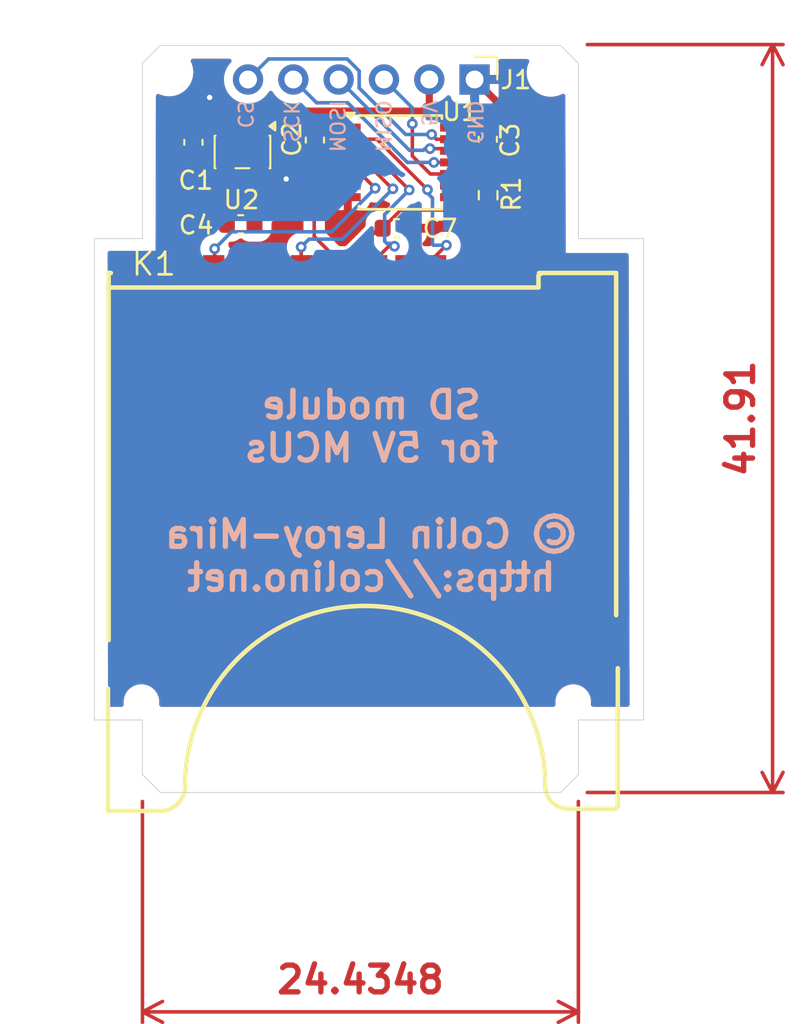
<source format=kicad_pcb>
(kicad_pcb (version 20241229) (generator "pcbnew") (generator_version "9.0")
  (layers (0 "F.Cu" signal) (2 "B.Cu" signal) (13 "F.Paste" user) (15 "B.Paste" user) (5 "F.SilkS" user "F.Silkscreen") (7 "B.SilkS" user "B.Silkscreen") (1 "F.Mask" user) (3 "B.Mask" user) (25 "Edge.Cuts" user))
  (net 0 "")
  (net 1 "GND")
  (net 2 "CS")
  (net 3 "MOSI")
  (net 4 "MISO")
  (net 5 "SCK")
  (net 6 "5V_burgerDisk")
  (net 7 "3V3")
  (net 8 "CS_L")
  (net 9 "MOSI_L")
  (net 11 "MISO_L")
  (net 12 "SCLK_L")
  (net 14 "OE")
  (footprint "Resistor_SMD:R_0603_1608Metric" (layer "F.Cu") (at 139.57 106.79 90)
    (property "Reference" "R1" (at 0.06 1.31 90) (layer "F.SilkS"))
    (property "Value" "10k")
    (fp_line (start -0.237258 -0.5225) (end 0.237258 -0.5225) (stroke (width 0.12)) (layer "F.SilkS"))
    (fp_line (start -0.237258 0.5225) (end 0.237258 0.5225) (stroke (width 0.12)) (layer "F.SilkS"))
    (pad "1" smd roundrect (at -0.825 0 90) (size 0.8 0.95) (layers "F.Cu" "F.Mask" "F.Paste") (net 7 "3V3"))
    (pad "2" smd roundrect (at 0.825 0 90) (size 0.8 0.95) (layers "F.Cu" "F.Mask" "F.Paste") (net 14 "OE"))
  )
  (footprint "MountingHole:MountingHole_2.2mm_M2" (layer "F.Cu") (at 121.6914 99.8982)
    (property "Reference" "REF**1")
    (property "Value" "MountingHole_2.2mm_M2")
    (pad "" np_thru_hole circle (at 0 0) (size 2.2 2.2) (drill 2.2) (layers "*.Cu" "*.Mask"))
  )
  (footprint "SD-106M:SD-SMD_SD-106M" (layer "F.Cu") (at 132.6134 121.9962)
    (property "Reference" "K1" (at -11.7856 -11.3538 0) (layer "F.SilkS") (effects (font (size 1.27 1.27))))
    (property "Value" "SD-106M")
    (fp_line (start -14.3511 -10.035) (end 9.7789 -10.035) (stroke (width 0.254)) (layer "F.SilkS"))
    (fp_line (start -14.3511 12.444) (end -14.3511 19.302) (stroke (width 0.254)) (layer "F.SilkS"))
    (fp_line (start -14.3161 -10.85) (end -14.3161 9.724) (stroke (width 0.254)) (layer "F.SilkS"))
    (fp_line (start -14.2241 19.302) (end -11.4301 19.302) (stroke (width 0.254)) (layer "F.SilkS"))
    (fp_line (start -14.1891 -10.85) (end -14.3161 -10.85) (stroke (width 0.254)) (layer "F.SilkS"))
    (fp_line (start 9.7789 -10.035) (end 9.7789 -10.67) (stroke (width 0.254)) (layer "F.SilkS"))
    (fp_line (start 9.8139 -10.85) (end 14.1319 -10.85) (stroke (width 0.254)) (layer "F.SilkS"))
    (fp_line (start 14.0969 19.175) (end 11.4299 19.175) (stroke (width 0.254)) (layer "F.SilkS"))
    (fp_line (start 14.1319 -10.85) (end 14.1319 8.327) (stroke (width 0.254)) (layer "F.SilkS"))
    (fp_line (start 14.2239 11.301) (end 14.2239 19.048) (stroke (width 0.254)) (layer "F.SilkS"))
    (fp_arc (start -10.0331 17.905) (mid -10.442272 18.892828) (end -11.4301 19.302) (stroke (width 0.254)) (layer "F.SilkS"))
    (fp_arc (start -10.0331 17.905) (mid 0.0634 7.8085) (end 10.1599 17.905) (stroke (width 0.254)) (layer "F.SilkS"))
    (fp_arc (start 9.7789 -10.67) (mid 9.816097 -10.759803) (end 9.9059 -10.797) (stroke (width 0.254)) (layer "F.SilkS"))
    (fp_arc (start 11.4299 19.175) (mid 10.531874 18.803026) (end 10.1599 17.905) (stroke (width 0.254)) (layer "F.SilkS"))
    (fp_arc (start 14.2239 19.048) (mid 14.186703 19.137803) (end 14.0969 19.175) (stroke (width 0.254)) (layer "F.SilkS"))
    (pad "" np_thru_hole circle (at -12.4751 13.2) (size 1.5 1.5) (drill 1.5) (layers "*.Cu" "*.Mask"))
    (pad "" np_thru_hole circle (at 11.725 13.2) (size 1.5 1.5) (drill 1.5) (layers "*.Cu" "*.Mask"))
    (pad "1" smd rect (at 6.5048 -11.0999) (size 1.2 1.5) (layers "F.Cu" "F.Mask" "F.Paste"))
    (pad "2" smd rect (at 4.0049 -11.0999) (size 1.2 1.5) (layers "F.Cu" "F.Mask" "F.Paste") (net 8 "CS_L"))
    (pad "3" smd rect (at 0.705 -11.0999) (size 1.2 1.5) (layers "F.Cu" "F.Mask" "F.Paste") (net 9 "MOSI_L"))
    (pad "4" smd rect (at -0.995 -11.0999) (size 1.2 1.5) (layers "F.Cu" "F.Mask" "F.Paste") (net 7 "3V3"))
    (pad "5" smd rect (at -3.4952 -11.0999) (size 1.2 1.5) (layers "F.Cu" "F.Mask" "F.Paste") (net 12 "SCLK_L"))
    (pad "6" smd rect (at -5.995 -11.0999) (size 1.2 1.5) (layers "F.Cu" "F.Mask" "F.Paste") (net 1 "GND"))
    (pad "7" smd rect (at -8.4251 -11.0999) (size 1.2 1.5) (layers "F.Cu" "F.Mask" "F.Paste") (net 11 "MISO_L"))
    (pad "8" smd rect (at -10.1251 -11.0999) (size 1.2 1.5) (layers "F.Cu" "F.Mask" "F.Paste"))
    (pad "9" smd rect (at 9.0049 -11.0999) (size 1.2 1.5) (layers "F.Cu" "F.Mask" "F.Paste"))
    (pad "10" smd rect (at 2.355 -11.0999) (size 1.2 1.5) (layers "F.Cu" "F.Mask" "F.Paste"))
    (pad "11" smd rect (at -13.4751 -11.0999) (size 1.2 1.5) (layers "F.Cu" "F.Mask" "F.Paste"))
    (pad "12" smd rect (at -13.725 11.0999) (size 1.2 2) (layers "F.Cu" "F.Mask" "F.Paste") (net 1 "GND"))
    (pad "13" smd rect (at 13.725 9.9) (size 1.2 2) (layers "F.Cu" "F.Mask" "F.Paste") (net 1 "GND"))
  )
  (footprint "Capacitor_SMD:C_0603_1608Metric" (layer "F.Cu") (at 134.43 108.64 180)
    (property "Reference" "C7" (at -2.445 -0.02 0) (layer "F.SilkS"))
    (property "Value" "22uf")
    (fp_line (start -0.14058 0.51) (end 0.14058 0.51) (stroke (width 0.12)) (layer "F.SilkS"))
    (fp_line (start -0.14058 -0.51) (end 0.14058 -0.51) (stroke (width 0.12)) (layer "F.SilkS"))
    (pad "1" smd roundrect (at -0.775 0 180) (size 0.9 0.95) (layers "F.Cu" "F.Mask" "F.Paste") (net 1 "GND"))
    (pad "2" smd roundrect (at 0.775 0 180) (size 0.9 0.95) (layers "F.Cu" "F.Mask" "F.Paste") (net 7 "3V3"))
  )
  (footprint "Capacitor_SMD:C_0603_1608Metric" (layer "F.Cu") (at 123.05 103.825 90)
    (property "Reference" "C1" (at -2.135 0.13 180) (layer "F.SilkS"))
    (property "Value" "2u2")
    (fp_line (start -0.14058 -0.51) (end 0.14058 -0.51) (stroke (width 0.12)) (layer "F.SilkS"))
    (fp_line (start -0.14058 0.51) (end 0.14058 0.51) (stroke (width 0.12)) (layer "F.SilkS"))
    (pad "1" smd roundrect (at -0.775 0 90) (size 0.9 0.95) (layers "F.Cu" "F.Mask" "F.Paste") (net 1 "GND"))
    (pad "2" smd roundrect (at 0.775 0 90) (size 0.9 0.95) (layers "F.Cu" "F.Mask" "F.Paste") (net 6 "5V_burgerDisk"))
  )
  (footprint "MountingHole:MountingHole_2.2mm_M2" (layer "F.Cu") (at 143.0782 99.9236)
    (property "Reference" "REF**2")
    (property "Value" "MountingHole_2.2mm_M2")
    (pad "" np_thru_hole circle (at 0 0) (size 2.2 2.2) (drill 2.2) (layers "*.Cu" "*.Mask"))
  )
  (footprint "MountingHole:MountingHole_2.2mm_M2" (layer "F.Cu") (at 132.1816 138.4046)
    (property "Reference" "REF**3")
    (property "Value" "MountingHole_2.2mm_M2")
    (pad "" np_thru_hole circle (at 0 0) (size 2.2 2.2) (drill 2.2) (layers "*.Cu" "*.Mask"))
  )
  (footprint "Capacitor_SMD:C_0603_1608Metric" (layer "F.Cu") (at 125.7 108.42)
    (property "Reference" "C4" (at -2.5 0.05 0) (layer "F.SilkS"))
    (property "Value" "2u2")
    (fp_line (start -0.14058 -0.51) (end 0.14058 -0.51) (stroke (width 0.12)) (layer "F.SilkS"))
    (fp_line (start -0.14058 0.51) (end 0.14058 0.51) (stroke (width 0.12)) (layer "F.SilkS"))
    (pad "1" smd roundrect (at -0.775 0) (size 0.9 0.95) (layers "F.Cu" "F.Mask" "F.Paste") (net 1 "GND"))
    (pad "2" smd roundrect (at 0.775 0) (size 0.9 0.95) (layers "F.Cu" "F.Mask" "F.Paste") (net 7 "3V3"))
  )
  (footprint "Capacitor_SMD:C_0603_1608Metric" (layer "F.Cu") (at 139.55 103.655 90)
    (property "Reference" "C3" (at -0.055 1.25 270) (layer "F.SilkS"))
    (property "Value" "100n")
    (fp_line (start -0.14058 -0.51) (end 0.14058 -0.51) (stroke (width 0.12)) (layer "F.SilkS"))
    (fp_line (start -0.14058 0.51) (end 0.14058 0.51) (stroke (width 0.12)) (layer "F.SilkS"))
    (pad "1" smd roundrect (at -0.775 0 90) (size 0.9 0.95) (layers "F.Cu" "F.Mask" "F.Paste") (net 1 "GND"))
    (pad "2" smd roundrect (at 0.775 0 90) (size 0.9 0.95) (layers "F.Cu" "F.Mask" "F.Paste") (net 6 "5V_burgerDisk"))
  )
  (footprint "Package_SO:TSSOP-14-1EP_4.4x5mm_P0.65mm" (layer "F.Cu") (at 134.65 104.95)
    (property "Reference" "U2" (at -8.91 2.1 0) (layer "F.SilkS"))
    (property "Value" "TXB0104PWR")
    (fp_line (start -2.325 -2.625) (end -2.325 -2.45) (stroke (width 0.15)) (layer "F.SilkS"))
    (fp_line (start -2.325 -2.625) (end 2.325 -2.625) (stroke (width 0.15)) (layer "F.SilkS"))
    (fp_line (start -2.325 2.625) (end -2.325 2.45) (stroke (width 0.15)) (layer "F.SilkS"))
    (fp_line (start -2.325 2.625) (end 2.325 2.625) (stroke (width 0.15)) (layer "F.SilkS"))
    (fp_line (start 2.325 -2.625) (end 2.325 -2.45) (stroke (width 0.15)) (layer "F.SilkS"))
    (fp_line (start 2.325 2.625) (end 2.325 2.45) (stroke (width 0.15)) (layer "F.SilkS"))
    (fp_poly (pts (xy -2.8 -2.45) (xy -3.04 -2.78) (xy -2.56 -2.78) (xy -2.8 -2.45)) (stroke (width 0.12)) (fill yes) (layer "F.SilkS"))
    (pad "1" smd rect (at -2.95 -1.95) (size 1.45 0.45) (layers "F.Cu" "F.Mask" "F.Paste") (net 7 "3V3"))
    (pad "2" smd rect (at -2.95 -1.3) (size 1.45 0.45) (layers "F.Cu" "F.Mask" "F.Paste") (net 8 "CS_L"))
    (pad "3" smd rect (at -2.95 -0.65) (size 1.45 0.45) (layers "F.Cu" "F.Mask" "F.Paste") (net 9 "MOSI_L"))
    (pad "4" smd rect (at -2.95 0) (size 1.45 0.45) (layers "F.Cu" "F.Mask" "F.Paste") (net 12 "SCLK_L"))
    (pad "5" smd rect (at -2.95 0.65) (size 1.45 0.45) (layers "F.Cu" "F.Mask" "F.Paste") (net 11 "MISO_L"))
    (pad "6" smd rect (at -2.95 1.3) (size 1.45 0.45) (layers "F.Cu" "F.Mask" "F.Paste"))
    (pad "7" smd rect (at -2.95 1.95) (size 1.45 0.45) (layers "F.Cu" "F.Mask" "F.Paste") (net 1 "GND"))
    (pad "8" smd rect (at 2.95 1.95) (size 1.45 0.45) (layers "F.Cu" "F.Mask" "F.Paste") (net 14 "OE"))
    (pad "9" smd rect (at 2.95 1.3) (size 1.45 0.45) (layers "F.Cu" "F.Mask" "F.Paste"))
    (pad "10" smd rect (at 2.95 0.65) (size 1.45 0.45) (layers "F.Cu" "F.Mask" "F.Paste") (net 4 "MISO"))
    (pad "11" smd rect (at 2.95 0) (size 1.45 0.45) (layers "F.Cu" "F.Mask" "F.Paste") (net 5 "SCK"))
    (pad "12" smd rect (at 2.95 -0.65) (size 1.45 0.45) (layers "F.Cu" "F.Mask" "F.Paste") (net 3 "MOSI"))
    (pad "13" smd rect (at 2.95 -1.3) (size 1.45 0.45) (layers "F.Cu" "F.Mask" "F.Paste") (net 2 "CS"))
    (pad "14" smd rect (at 2.95 -1.95) (size 1.45 0.45) (layers "F.Cu" "F.Mask" "F.Paste") (net 6 "5V_burgerDisk"))
  )
  (footprint "Connector_PinHeader_2.54mm:PinHeader_1x06_P2.54mm_Horizontal" (layer "F.Cu") (at 138.811 100.3046 -90)
    (property "Reference" "J1" (at 0.0254 -2.3114 0) (layer "F.SilkS"))
    (property "Value" "Connector")
    (fp_line (start -1.27 0) (end -1.27 -1.27) (stroke (width 0.12)) (layer "F.SilkS"))
    (fp_line (start -1.27 -1.27) (end 0 -1.27) (stroke (width 0.12)) (layer "F.SilkS"))
    (pad "1" thru_hole rect (at 0 0 270) (size 1.7 1.7) (drill 1) (layers "*.Cu" "*.Mask") (net 1 "GND"))
    (pad "2" thru_hole oval (at 0 2.54 270) (size 1.7 1.7) (drill 1) (layers "*.Cu" "*.Mask") (net 6 "5V_burgerDisk"))
    (pad "3" thru_hole oval (at 0 5.08 270) (size 1.7 1.7) (drill 1) (layers "*.Cu" "*.Mask") (net 4 "MISO"))
    (pad "4" thru_hole oval (at 0 7.62 270) (size 1.7 1.7) (drill 1) (layers "*.Cu" "*.Mask") (net 3 "MOSI"))
    (pad "5" thru_hole oval (at 0 10.16 270) (size 1.7 1.7) (drill 1) (layers "*.Cu" "*.Mask") (net 5 "SCK"))
    (pad "6" thru_hole oval (at 0 12.7 270) (size 1.7 1.7) (drill 1) (layers "*.Cu" "*.Mask") (net 2 "CS"))
  )
  (footprint "Capacitor_SMD:C_0603_1608Metric" (layer "F.Cu") (at 129.86 103.7 -90)
    (property "Reference" "C2" (at -0.04 1.29 270) (layer "F.SilkS"))
    (property "Value" "100n")
    (fp_line (start -0.14058 0.51) (end 0.14058 0.51) (stroke (width 0.12)) (layer "F.SilkS"))
    (fp_line (start -0.14058 -0.51) (end 0.14058 -0.51) (stroke (width 0.12)) (layer "F.SilkS"))
    (pad "1" smd roundrect (at -0.775 0 270) (size 0.9 0.95) (layers "F.Cu" "F.Mask" "F.Paste") (net 7 "3V3"))
    (pad "2" smd roundrect (at 0.775 0 270) (size 0.9 0.95) (layers "F.Cu" "F.Mask" "F.Paste") (net 1 "GND"))
  )
  (footprint "Package_TO_SOT_SMD:SOT-23-5" (layer "F.Cu") (at 125.8 104.3675 -90)
    (property "Reference" "U1" (at -2.2575 -12.2 0) (layer "F.SilkS"))
    (property "Value" "SE5218")
    (fp_line (start -0.91 1.56) (end -0.91 1.51) (stroke (width 0.12)) (layer "F.SilkS"))
    (fp_line (start 0.91 1.56) (end -0.91 1.56) (stroke (width 0.12)) (layer "F.SilkS"))
    (fp_line (start 0.91 1.51) (end 0.91 1.56) (stroke (width 0.12)) (layer "F.SilkS"))
    (fp_line (start 0.91 -0.39) (end 0.91 0.39) (stroke (width 0.12)) (layer "F.SilkS"))
    (fp_line (start -0.91 -1.51) (end -0.91 -1.56) (stroke (width 0.12)) (layer "F.SilkS"))
    (fp_line (start -0.91 -1.56) (end 0.91 -1.56) (stroke (width 0.12)) (layer "F.SilkS"))
    (fp_line (start 0.91 -1.56) (end 0.91 -1.51) (stroke (width 0.12)) (layer "F.SilkS"))
    (fp_poly (pts (xy -1.45 -1.51) (xy -1.69 -1.84) (xy -1.21 -1.84)) (stroke (width 0.12)) (fill yes) (layer "F.SilkS"))
    (pad "1" smd roundrect (at -1.1375 -0.95 270) (size 1.325 0.6) (layers "F.Cu" "F.Mask" "F.Paste") (net 6 "5V_burgerDisk"))
    (pad "2" smd roundrect (at -1.1375 0 270) (size 1.325 0.6) (layers "F.Cu" "F.Mask" "F.Paste") (net 1 "GND"))
    (pad "3" smd roundrect (at -1.1375 0.95 270) (size 1.325 0.6) (layers "F.Cu" "F.Mask" "F.Paste") (net 6 "5V_burgerDisk"))
    (pad "4" smd roundrect (at 1.1375 0.95 270) (size 1.325 0.6) (layers "F.Cu" "F.Mask" "F.Paste"))
    (pad "5" smd roundrect (at 1.1375 -0.95 270) (size 1.325 0.6) (layers "F.Cu" "F.Mask" "F.Paste") (net 7 "3V3"))
  )
  (gr_poly (pts (xy 120.1928 99.3996) (xy 121.1928 98.3996) (xy 143.6276 98.3996) (xy 144.6276 99.3996) (xy 144.6276 109.22) (xy 148.2852 109.22) (xy 148.2852 136.1948) (xy 144.6276 136.1948) (xy 144.6276 139.2588) (xy 143.6276 140.2588) (xy 121.1928 140.2588) (xy 120.1928 139.2588) (xy 120.1928 136.1948) (xy 117.5004 136.1948) (xy 117.5004 109.22) (xy 120.1928 109.22)) (stroke (width 0.05)) (fill no) (layer "Edge.Cuts"))
  (gr_text "SD module\nfor 5V MCUs\n\n© Colin Leroy-Mira\nhttps://colino.net" (at 133.02 129.08 0) (layer "B.SilkS") (effects (font (size 1.5 1.5) (thickness 0.3) (bold yes)) (justify bottom mirror)))
  (gr_text "GND\n\n5V\n\nMISO\n\nMOSI\n\nSCK\n\nCS\n" (at 125.476 101.3968 270) (layer "B.SilkS") (effects (font (size 0.8 0.8) (thickness 0.125)) (justify right bottom mirror)))
  (dimension (type orthogonal) (layer "F.Cu") (pts (xy 120.1928 140.2588) (xy 144.6276 140.2588)) (height 12.2936) (orientation 0) (format (prefix "") (suffix "") (units 3) (units_format 0) (precision 4) (suppress_zeroes yes)) (style (thickness 0.2) (arrow_length 1.27) (text_position_mode 0) (arrow_direction outward) (extension_height 0.58642) (extension_offset 0.5) (keep_text_aligned yes)) (gr_text "24,4348" (at 132.4102 150.7524 0) (layer "F.Cu") (effects (font (size 1.5 1.5) (thickness 0.3)))))
  (dimension (type orthogonal) (layer "F.Cu") (pts (xy 144.6276 140.2588) (xy 144.6276 98.3488)) (height 10.8856) (orientation 1) (format (prefix "") (suffix "") (units 3) (units_format 0) (precision 4) (suppress_zeroes yes)) (style (thickness 0.2) (arrow_length 1.27) (text_position_mode 0) (arrow_direction outward) (extension_height 0.58642) (extension_offset 0.5) (keep_text_aligned yes)) (gr_text "41,91" (at 153.7132 119.3038 90) (layer "F.Cu") (effects (font (size 1.5 1.5) (thickness 0.3)))))
  (segment (start 129.86 106) (end 129.82 106.04) (width 0.4) (layer "F.Cu") (net 1))
  (segment (start 138.811 100.3046) (end 140.426 101.9196) (width 0.4) (layer "F.Cu") (net 1))
  (segment (start 131.7 106.9) (end 131.7 108.265) (width 0.4) (layer "F.Cu") (net 1))
  (segment (start 140.426 101.9196) (end 140.426 103.554) (width 0.4) (layer "F.Cu") (net 1))
  (segment (start 132.025 108.59) (end 132.025 108.75) (width 0.4) (layer "F.Cu") (net 1))
  (segment (start 140.446 108.069484) (end 140.446 105.326) (width 0.4) (layer "F.Cu") (net 1))
  (segment (start 125.8 102.567501) (end 124.542499 101.31) (width 0.4) (layer "F.Cu") (net 1))
  (segment (start 140.426 103.554) (end 139.55 104.43) (width 0.4) (layer "F.Cu") (net 1))
  (segment (start 139.875484 108.64) (end 140.446 108.069484) (width 0.4) (layer "F.Cu") (net 1))
  (segment (start 135.205 108.64) (end 139.875484 108.64) (width 0.4) (layer "F.Cu") (net 1))
  (segment (start 130.68 106.9) (end 131.7 106.9) (width 0.4) (layer "F.Cu") (net 1))
  (segment (start 140.446 105.326) (end 139.55 104.43) (width 0.4) (layer "F.Cu") (net 1))
  (segment (start 129.86 104.475) (end 129.86 106) (width 0.4) (layer "F.Cu") (net 1))
  (segment (start 124.542499 101.31) (end 123.96 101.31) (width 0.4) (layer "F.Cu") (net 1))
  (segment (start 131.7 108.265) (end 132.025 108.59) (width 0.4) (layer "F.Cu") (net 1))
  (segment (start 125.8 103.23) (end 125.8 102.567501) (width 0.4) (layer "F.Cu") (net 1))
  (segment (start 129.82 106.04) (end 130.68 106.9) (width 0.4) (layer "F.Cu") (net 1))
  (via (at 128.25 105.88) (size 0.6) (drill 0.3) (layers "F.Cu" "B.Cu") (net 1))
  (via (at 123.96 101.31) (size 0.8) (drill 0.3) (layers "F.Cu" "B.Cu") (net 1))
  (segment (start 136.665617 103.65) (end 137.6 103.65) (width 0.2) (layer "F.Cu") (net 2))
  (segment (start 136.401634 103.386017) (end 136.665617 103.65) (width 0.2) (layer "F.Cu") (net 2))
  (via (at 136.401634 103.386017) (size 0.6) (drill 0.3) (layers "F.Cu" "B.Cu") (net 2))
  (segment (start 131.66776 99.1536) (end 132.342 99.82784) (width 0.2) (layer "B.Cu") (net 2))
  (segment (start 134.946657 103.386017) (end 136.401634 103.386017) (width 0.2) (layer "B.Cu") (net 2))
  (segment (start 132.342 99.82784) (end 132.342 100.78136) (width 0.2) (layer "B.Cu") (net 2))
  (segment (start 127.262 99.1536) (end 131.66776 99.1536) (width 0.2) (layer "B.Cu") (net 2))
  (segment (start 126.111 100.3046) (end 127.262 99.1536) (width 0.2) (layer "B.Cu") (net 2))
  (segment (start 132.342 100.78136) (end 134.946657 103.386017) (width 0.2) (layer "B.Cu") (net 2))
  (segment (start 136.310222 104.180778) (end 137.480778 104.180778) (width 0.2) (layer "F.Cu") (net 3))
  (segment (start 137.480778 104.180778) (end 137.6 104.3) (width 0.2) (layer "F.Cu") (net 3))
  (via (at 136.310222 104.180778) (size 0.6) (drill 0.3) (layers "F.Cu" "B.Cu") (net 3))
  (segment (start 135.1564 104.27) (end 131.191 100.3046) (width 0.2) (layer "B.Cu") (net 3))
  (segment (start 136.310222 104.180778) (end 136.029222 104.180778) (width 0.2) (layer "B.Cu") (net 3))
  (segment (start 136.029222 104.180778) (end 135.94 104.27) (width 0.2) (layer "B.Cu") (net 3))
  (segment (start 135.94 104.27) (end 135.1564 104.27) (width 0.2) (layer "B.Cu") (net 3))
  (segment (start 135.32 104.589943) (end 136.330057 105.6) (width 0.2) (layer "F.Cu") (net 4))
  (segment (start 135.32 102.786017) (end 135.32 104.589943) (width 0.2) (layer "F.Cu") (net 4))
  (segment (start 136.330057 105.6) (end 137.6 105.6) (width 0.2) (layer "F.Cu") (net 4))
  (via (at 135.32 102.786017) (size 0.6) (drill 0.3) (layers "F.Cu" "B.Cu") (net 4))
  (segment (start 133.731 100.3046) (end 135.32 101.8936) (width 0.2) (layer "B.Cu") (net 4))
  (segment (start 135.32 101.8936) (end 135.32 102.786017) (width 0.2) (layer "B.Cu") (net 4))
  (segment (start 137.6 104.95) (end 136.53 104.95) (width 0.2) (layer "F.Cu") (net 5))
  (via (at 136.53 104.95) (size 0.6) (drill 0.3) (layers "F.Cu" "B.Cu") (net 5))
  (segment (start 129.9564 101.61) (end 128.651 100.3046) (width 0.2) (layer "B.Cu") (net 5))
  (segment (start 135.04 104.95) (end 131.7 101.61) (width 0.2) (layer "B.Cu") (net 5))
  (segment (start 136.53 104.95) (end 135.04 104.95) (width 0.2) (layer "B.Cu") (net 5))
  (segment (start 131.7 101.61) (end 129.9564 101.61) (width 0.2) (layer "B.Cu") (net 5))
  (segment (start 136.271 100.3046) (end 136.271 101.671) (width 0.4) (layer "F.Cu") (net 6))
  (segment (start 124.85 103.725888) (end 125.417612 104.2935) (width 0.4) (layer "F.Cu") (net 6))
  (segment (start 125.417612 104.2935) (end 126.348999 104.2935) (width 0.4) (layer "F.Cu") (net 6))
  (segment (start 126.75 103.23) (end 127.906 102.074) (width 0.4) (layer "F.Cu") (net 6))
  (segment (start 123.325 103.07) (end 124.69 103.07) (width 0.4) (layer "F.Cu") (net 6))
  (segment (start 137.6 103) (end 139.43 103) (width 0.4) (layer "F.Cu") (net 6))
  (segment (start 126.75 103.892499) (end 126.75 103.23) (width 0.4) (layer "F.Cu") (net 6))
  (segment (start 139.43 103) (end 139.55 102.88) (width 0.4) (layer "F.Cu") (net 6))
  (segment (start 124.69 103.07) (end 124.85 103.23) (width 0.4) (layer "F.Cu") (net 6))
  (segment (start 136.674 102.074) (end 137.6 103) (width 0.4) (layer "F.Cu") (net 6))
  (segment (start 124.85 103.23) (end 124.85 103.725888) (width 0.4) (layer "F.Cu") (net 6))
  (segment (start 126.348999 104.2935) (end 126.75 103.892499) (width 0.4) (layer "F.Cu") (net 6))
  (segment (start 127.906 102.074) (end 136.674 102.074) (width 0.4) (layer "F.Cu") (net 6))
  (segment (start 136.271 101.671) (end 136.674 102.074) (width 0.4) (layer "F.Cu") (net 6))
  (segment (start 131.625 102.925) (end 131.7 103) (width 0.2) (layer "F.Cu") (net 7))
  (segment (start 127.625 107.27) (end 126.475 108.42) (width 0.2) (layer "F.Cu") (net 7))
  (segment (start 129.33 102.925) (end 129.86 102.925) (width 0.2) (layer "F.Cu") (net 7))
  (segment (start 126.75 105.505) (end 129.33 102.925) (width 0.2) (layer "F.Cu") (net 7))
  (segment (start 131.6184 110.8963) (end 131.6184 110.4666) (width 0.2) (layer "F.Cu") (net 7))
  (segment (start 134.68 107.615) (end 139.57 107.615) (width 0.2) (layer "F.Cu") (net 7))
  (segment (start 126.475 108.42) (end 126.62 108.275) (width 0.2) (layer "F.Cu") (net 7))
  (segment (start 133.655 108.64) (end 134.68 107.615) (width 0.2) (layer "F.Cu") (net 7))
  (segment (start 133.655 108.67) (end 133.655 108.64) (width 0.2) (layer "F.Cu") (net 7))
  (segment (start 131.6184 110.4666) (end 133.335 108.75) (width 0.2) (layer "F.Cu") (net 7))
  (segment (start 129.82 107.59) (end 129.69 107.59) (width 0.2) (layer "F.Cu") (net 7))
  (segment (start 129.86 102.925) (end 131.625 102.925) (width 0.2) (layer "F.Cu") (net 7))
  (segment (start 133.335 108.75) (end 133.575 108.75) (width 0.2) (layer "F.Cu") (net 7))
  (segment (start 133.575 108.75) (end 133.655 108.67) (width 0.2) (layer "F.Cu") (net 7))
  (segment (start 129.69 107.59) (end 129.37 107.27) (width 0.2) (layer "F.Cu") (net 7))
  (segment (start 126.62 108.275) (end 126.62 105.635) (width 0.2) (layer "F.Cu") (net 7))
  (segment (start 126.62 105.635) (end 126.75 105.505) (width 0.2) (layer "F.Cu") (net 7))
  (segment (start 129.82 109.0979) (end 131.6184 110.8963) (width 0.2) (layer "F.Cu") (net 7))
  (segment (start 129.82 107.59) (end 129.82 109.0979) (width 0.2) (layer "F.Cu") (net 7))
  (segment (start 129.37 107.27) (end 127.625 107.27) (width 0.2) (layer "F.Cu") (net 7))
  (segment (start 131.7 103.65) (end 133.34 103.65) (width 0.2) (layer "F.Cu") (net 8))
  (segment (start 137.23 109.59) (end 136.6 110.22) (width 0.2) (layer "F.Cu") (net 8))
  (segment (start 133.34 103.65) (end 136.17 106.48) (width 0.2) (layer "F.Cu") (net 8))
  (segment (start 136.6 110.878) (end 136.6183 110.8963) (width 0.2) (layer "F.Cu") (net 8))
  (segment (start 136.6 110.22) (end 136.6 110.878) (width 0.2) (layer "F.Cu") (net 8))
  (via (at 136.17 106.48) (size 0.6) (drill 0.3) (layers "F.Cu" "B.Cu") (net 8))
  (via (at 137.23 109.59) (size 0.6) (drill 0.3) (layers "F.Cu" "B.Cu") (net 8))
  (segment (start 136.45 109.54) (end 136.45 106.95) (width 0.2) (layer "B.Cu") (net 8))
  (segment (start 136.5 109.59) (end 136.45 109.54) (width 0.2) (layer "B.Cu") (net 8))
  (segment (start 136.45 106.95) (end 136.17 106.67) (width 0.2) (layer "B.Cu") (net 8))
  (segment (start 137.23 109.59) (end 136.5 109.59) (width 0.2) (layer "B.Cu") (net 8))
  (segment (start 136.17 106.67) (end 136.17 106.48) (width 0.2) (layer "B.Cu") (net 8))
  (segment (start 133.719658 105.084265) (end 132.935393 104.3) (width 0.2) (layer "F.Cu") (net 9))
  (segment (start 135.145735 106.494265) (end 133.735735 105.084265) (width 0.2) (layer "F.Cu") (net 9))
  (segment (start 133.735735 105.084265) (end 133.719658 105.084265) (width 0.2) (layer "F.Cu") (net 9))
  (segment (start 133.38 110.8347) (end 133.3184 110.8963) (width 0.2) (layer "F.Cu") (net 9))
  (segment (start 133.38 110.27) (end 133.38 110.8347) (width 0.2) (layer "F.Cu") (net 9))
  (segment (start 132.935393 104.3) (end 131.7 104.3) (width 0.2) (layer "F.Cu") (net 9))
  (segment (start 134.001029 109.648971) (end 133.38 110.27) (width 0.2) (layer "F.Cu") (net 9))
  (segment (start 134.316779 109.648971) (end 134.001029 109.648971) (width 0.2) (layer "F.Cu") (net 9))
  (via (at 135.145735 106.494265) (size 0.6) (drill 0.3) (layers "F.Cu" "B.Cu") (net 9))
  (via (at 134.316779 109.648971) (size 0.6) (drill 0.3) (layers "F.Cu" "B.Cu") (net 9))
  (segment (start 133.77 109.37) (end 133.77 107.87) (width 0.2) (layer "B.Cu") (net 9))
  (segment (start 134.157808 109.49) (end 133.89 109.49) (width 0.2) (layer "B.Cu") (net 9))
  (segment (start 133.89 109.49) (end 133.77 109.37) (width 0.2) (layer "B.Cu") (net 9))
  (segment (start 134.316779 109.648971) (end 134.157808 109.49) (width 0.2) (layer "B.Cu") (net 9))
  (segment (start 133.77 107.87) (end 135.145735 106.494265) (width 0.2) (layer "B.Cu") (net 9))
  (segment (start 124.24 110.8446) (end 124.1883 110.8963) (width 0.2) (layer "F.Cu") (net 11))
  (segment (start 124.24 109.79) (end 124.24 110.8446) (width 0.2) (layer "F.Cu") (net 11))
  (segment (start 132.44 105.6) (end 133.24 106.4) (width 0.2) (layer "F.Cu") (net 11))
  (segment (start 131.7 105.6) (end 132.44 105.6) (width 0.2) (layer "F.Cu") (net 11))
  (via (at 124.24 109.79) (size 0.6) (drill 0.3) (layers "F.Cu" "B.Cu") (net 11))
  (via (at 133.24 106.4) (size 0.6) (drill 0.3) (layers "F.Cu" "B.Cu") (net 11))
  (segment (start 133.24 106.4) (end 130.8 108.84) (width 0.2) (layer "B.Cu") (net 11))
  (segment (start 125.19 108.84) (end 124.24 109.79) (width 0.2) (layer "B.Cu") (net 11))
  (segment (start 130.8 108.84) (end 125.19 108.84) (width 0.2) (layer "B.Cu") (net 11))
  (segment (start 129.09 109.69) (end 129.09 110.8681) (width 0.2) (layer "F.Cu") (net 12))
  (segment (start 129.09 110.8681) (end 129.1182 110.8963) (width 0.2) (layer "F.Cu") (net 12))
  (segment (start 134.201285 106.42853) (end 132.722755 104.95) (width 0.2) (layer "F.Cu") (net 12))
  (segment (start 132.722755 104.95) (end 131.7 104.95) (width 0.2) (layer "F.Cu") (net 12))
  (segment (start 134.23147 106.42853) (end 134.201285 106.42853) (width 0.2) (layer "F.Cu") (net 12))
  (via (at 134.23147 106.42853) (size 0.6) (drill 0.3) (layers "F.Cu" "B.Cu") (net 12))
  (via (at 129.09 109.69) (size 0.6) (drill 0.3) (layers "F.Cu" "B.Cu") (net 12))
  (segment (start 129.53 109.25) (end 129.09 109.69) (width 0.2) (layer "B.Cu") (net 12))
  (segment (start 131.41 109.25) (end 129.53 109.25) (width 0.2) (layer "B.Cu") (net 12))
  (segment (start 134.23147 106.42853) (end 131.41 109.25) (width 0.2) (layer "B.Cu") (net 12))
  (segment (start 139.44 106.865) (end 139.44 106.095) (width 0.2) (layer "F.Cu") (net 14))
  (segment (start 139.405 106.9) (end 139.44 106.865) (width 0.2) (layer "F.Cu") (net 14))
  (segment (start 139.44 106.095) (end 139.57 105.965) (width 0.2) (layer "F.Cu") (net 14))
  (segment (start 137.6 106.9) (end 139.405 106.9) (width 0.2) (layer "F.Cu") (net 14))
  (zone (net 1) (net_name "GND") (layers "F.Cu" "B.Cu") (connect_pads (clearance 0.5)) (min_thickness 0.25) (fill yes (thermal_gap 0.5) (thermal_bridge_width 0.5))
    (polygon (pts (xy 120.9548 99.1362) (xy 143.891 99.1616) (xy 143.9164 110.0328) (xy 147.447 110.0328) (xy 147.4978 135.4582) (xy 118.2624 135.4582) (xy 118.237 109.9058) (xy 120.9294 109.9058)))
  )
)
</source>
